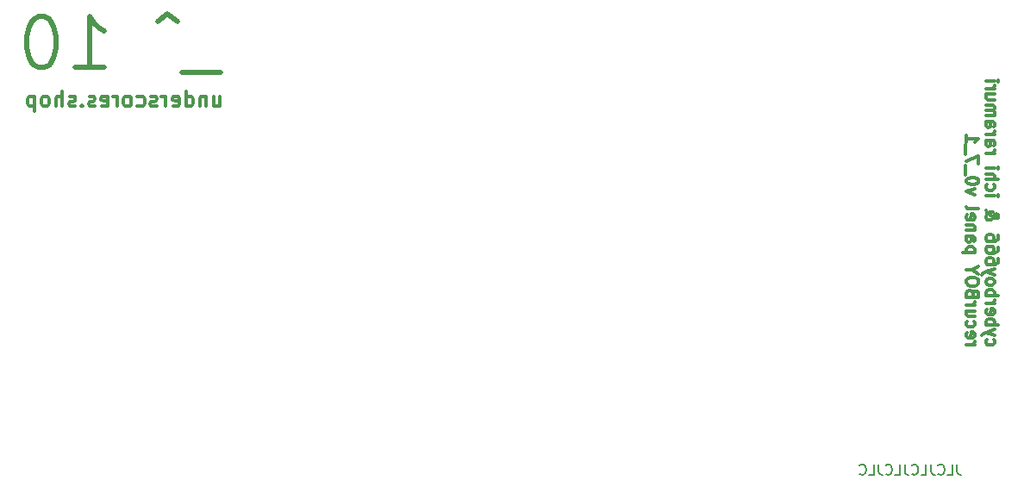
<source format=gbr>
%TF.GenerationSoftware,KiCad,Pcbnew,6.0.7*%
%TF.CreationDate,2022-12-24T13:09:46+13:00*%
%TF.ProjectId,default_panel,64656661-756c-4745-9f70-616e656c2e6b,rev?*%
%TF.SameCoordinates,Original*%
%TF.FileFunction,Legend,Bot*%
%TF.FilePolarity,Positive*%
%FSLAX46Y46*%
G04 Gerber Fmt 4.6, Leading zero omitted, Abs format (unit mm)*
G04 Created by KiCad (PCBNEW 6.0.7) date 2022-12-24 13:09:46*
%MOMM*%
%LPD*%
G01*
G04 APERTURE LIST*
%ADD10C,0.150000*%
%ADD11C,0.300000*%
%ADD12C,0.500000*%
G04 APERTURE END LIST*
D10*
X176569047Y-143002380D02*
X176569047Y-143716666D01*
X176616666Y-143859523D01*
X176711904Y-143954761D01*
X176854761Y-144002380D01*
X176950000Y-144002380D01*
X175616666Y-144002380D02*
X176092857Y-144002380D01*
X176092857Y-143002380D01*
X174711904Y-143907142D02*
X174759523Y-143954761D01*
X174902380Y-144002380D01*
X174997619Y-144002380D01*
X175140476Y-143954761D01*
X175235714Y-143859523D01*
X175283333Y-143764285D01*
X175330952Y-143573809D01*
X175330952Y-143430952D01*
X175283333Y-143240476D01*
X175235714Y-143145238D01*
X175140476Y-143050000D01*
X174997619Y-143002380D01*
X174902380Y-143002380D01*
X174759523Y-143050000D01*
X174711904Y-143097619D01*
X173997619Y-143002380D02*
X173997619Y-143716666D01*
X174045238Y-143859523D01*
X174140476Y-143954761D01*
X174283333Y-144002380D01*
X174378571Y-144002380D01*
X173045238Y-144002380D02*
X173521428Y-144002380D01*
X173521428Y-143002380D01*
X172140476Y-143907142D02*
X172188095Y-143954761D01*
X172330952Y-144002380D01*
X172426190Y-144002380D01*
X172569047Y-143954761D01*
X172664285Y-143859523D01*
X172711904Y-143764285D01*
X172759523Y-143573809D01*
X172759523Y-143430952D01*
X172711904Y-143240476D01*
X172664285Y-143145238D01*
X172569047Y-143050000D01*
X172426190Y-143002380D01*
X172330952Y-143002380D01*
X172188095Y-143050000D01*
X172140476Y-143097619D01*
X171426190Y-143002380D02*
X171426190Y-143716666D01*
X171473809Y-143859523D01*
X171569047Y-143954761D01*
X171711904Y-144002380D01*
X171807142Y-144002380D01*
X170473809Y-144002380D02*
X170950000Y-144002380D01*
X170950000Y-143002380D01*
X169569047Y-143907142D02*
X169616666Y-143954761D01*
X169759523Y-144002380D01*
X169854761Y-144002380D01*
X169997619Y-143954761D01*
X170092857Y-143859523D01*
X170140476Y-143764285D01*
X170188095Y-143573809D01*
X170188095Y-143430952D01*
X170140476Y-143240476D01*
X170092857Y-143145238D01*
X169997619Y-143050000D01*
X169854761Y-143002380D01*
X169759523Y-143002380D01*
X169616666Y-143050000D01*
X169569047Y-143097619D01*
X168854761Y-143002380D02*
X168854761Y-143716666D01*
X168902380Y-143859523D01*
X168997619Y-143954761D01*
X169140476Y-144002380D01*
X169235714Y-144002380D01*
X167902380Y-144002380D02*
X168378571Y-144002380D01*
X168378571Y-143002380D01*
X166997619Y-143907142D02*
X167045238Y-143954761D01*
X167188095Y-144002380D01*
X167283333Y-144002380D01*
X167426190Y-143954761D01*
X167521428Y-143859523D01*
X167569047Y-143764285D01*
X167616666Y-143573809D01*
X167616666Y-143430952D01*
X167569047Y-143240476D01*
X167521428Y-143145238D01*
X167426190Y-143050000D01*
X167283333Y-143002380D01*
X167188095Y-143002380D01*
X167045238Y-143050000D01*
X166997619Y-143097619D01*
D11*
X103535714Y-106828571D02*
X103535714Y-107828571D01*
X104178571Y-106828571D02*
X104178571Y-107614285D01*
X104107142Y-107757142D01*
X103964285Y-107828571D01*
X103750000Y-107828571D01*
X103607142Y-107757142D01*
X103535714Y-107685714D01*
X102821428Y-106828571D02*
X102821428Y-107828571D01*
X102821428Y-106971428D02*
X102750000Y-106900000D01*
X102607142Y-106828571D01*
X102392857Y-106828571D01*
X102250000Y-106900000D01*
X102178571Y-107042857D01*
X102178571Y-107828571D01*
X100821428Y-107828571D02*
X100821428Y-106328571D01*
X100821428Y-107757142D02*
X100964285Y-107828571D01*
X101250000Y-107828571D01*
X101392857Y-107757142D01*
X101464285Y-107685714D01*
X101535714Y-107542857D01*
X101535714Y-107114285D01*
X101464285Y-106971428D01*
X101392857Y-106900000D01*
X101250000Y-106828571D01*
X100964285Y-106828571D01*
X100821428Y-106900000D01*
X99535714Y-107757142D02*
X99678571Y-107828571D01*
X99964285Y-107828571D01*
X100107142Y-107757142D01*
X100178571Y-107614285D01*
X100178571Y-107042857D01*
X100107142Y-106900000D01*
X99964285Y-106828571D01*
X99678571Y-106828571D01*
X99535714Y-106900000D01*
X99464285Y-107042857D01*
X99464285Y-107185714D01*
X100178571Y-107328571D01*
X98821428Y-107828571D02*
X98821428Y-106828571D01*
X98821428Y-107114285D02*
X98750000Y-106971428D01*
X98678571Y-106900000D01*
X98535714Y-106828571D01*
X98392857Y-106828571D01*
X97964285Y-107757142D02*
X97821428Y-107828571D01*
X97535714Y-107828571D01*
X97392857Y-107757142D01*
X97321428Y-107614285D01*
X97321428Y-107542857D01*
X97392857Y-107400000D01*
X97535714Y-107328571D01*
X97750000Y-107328571D01*
X97892857Y-107257142D01*
X97964285Y-107114285D01*
X97964285Y-107042857D01*
X97892857Y-106900000D01*
X97750000Y-106828571D01*
X97535714Y-106828571D01*
X97392857Y-106900000D01*
X96035714Y-107757142D02*
X96178571Y-107828571D01*
X96464285Y-107828571D01*
X96607142Y-107757142D01*
X96678571Y-107685714D01*
X96750000Y-107542857D01*
X96750000Y-107114285D01*
X96678571Y-106971428D01*
X96607142Y-106900000D01*
X96464285Y-106828571D01*
X96178571Y-106828571D01*
X96035714Y-106900000D01*
X95178571Y-107828571D02*
X95321428Y-107757142D01*
X95392857Y-107685714D01*
X95464285Y-107542857D01*
X95464285Y-107114285D01*
X95392857Y-106971428D01*
X95321428Y-106900000D01*
X95178571Y-106828571D01*
X94964285Y-106828571D01*
X94821428Y-106900000D01*
X94750000Y-106971428D01*
X94678571Y-107114285D01*
X94678571Y-107542857D01*
X94750000Y-107685714D01*
X94821428Y-107757142D01*
X94964285Y-107828571D01*
X95178571Y-107828571D01*
X94035714Y-107828571D02*
X94035714Y-106828571D01*
X94035714Y-107114285D02*
X93964285Y-106971428D01*
X93892857Y-106900000D01*
X93750000Y-106828571D01*
X93607142Y-106828571D01*
X92535714Y-107757142D02*
X92678571Y-107828571D01*
X92964285Y-107828571D01*
X93107142Y-107757142D01*
X93178571Y-107614285D01*
X93178571Y-107042857D01*
X93107142Y-106900000D01*
X92964285Y-106828571D01*
X92678571Y-106828571D01*
X92535714Y-106900000D01*
X92464285Y-107042857D01*
X92464285Y-107185714D01*
X93178571Y-107328571D01*
X91892857Y-107757142D02*
X91750000Y-107828571D01*
X91464285Y-107828571D01*
X91321428Y-107757142D01*
X91250000Y-107614285D01*
X91250000Y-107542857D01*
X91321428Y-107400000D01*
X91464285Y-107328571D01*
X91678571Y-107328571D01*
X91821428Y-107257142D01*
X91892857Y-107114285D01*
X91892857Y-107042857D01*
X91821428Y-106900000D01*
X91678571Y-106828571D01*
X91464285Y-106828571D01*
X91321428Y-106900000D01*
X90607142Y-107685714D02*
X90535714Y-107757142D01*
X90607142Y-107828571D01*
X90678571Y-107757142D01*
X90607142Y-107685714D01*
X90607142Y-107828571D01*
X89964285Y-107757142D02*
X89821428Y-107828571D01*
X89535714Y-107828571D01*
X89392857Y-107757142D01*
X89321428Y-107614285D01*
X89321428Y-107542857D01*
X89392857Y-107400000D01*
X89535714Y-107328571D01*
X89750000Y-107328571D01*
X89892857Y-107257142D01*
X89964285Y-107114285D01*
X89964285Y-107042857D01*
X89892857Y-106900000D01*
X89750000Y-106828571D01*
X89535714Y-106828571D01*
X89392857Y-106900000D01*
X88678571Y-107828571D02*
X88678571Y-106328571D01*
X88035714Y-107828571D02*
X88035714Y-107042857D01*
X88107142Y-106900000D01*
X88250000Y-106828571D01*
X88464285Y-106828571D01*
X88607142Y-106900000D01*
X88678571Y-106971428D01*
X87107142Y-107828571D02*
X87250000Y-107757142D01*
X87321428Y-107685714D01*
X87392857Y-107542857D01*
X87392857Y-107114285D01*
X87321428Y-106971428D01*
X87250000Y-106900000D01*
X87107142Y-106828571D01*
X86892857Y-106828571D01*
X86750000Y-106900000D01*
X86678571Y-106971428D01*
X86607142Y-107114285D01*
X86607142Y-107542857D01*
X86678571Y-107685714D01*
X86750000Y-107757142D01*
X86892857Y-107828571D01*
X87107142Y-107828571D01*
X85964285Y-106828571D02*
X85964285Y-108328571D01*
X85964285Y-106900000D02*
X85821428Y-106828571D01*
X85535714Y-106828571D01*
X85392857Y-106900000D01*
X85321428Y-106971428D01*
X85250000Y-107114285D01*
X85250000Y-107542857D01*
X85321428Y-107685714D01*
X85392857Y-107757142D01*
X85535714Y-107828571D01*
X85821428Y-107828571D01*
X85964285Y-107757142D01*
D12*
X104250000Y-104488095D02*
X100440476Y-104488095D01*
X99964285Y-99488095D02*
X99011904Y-98773809D01*
X98059523Y-99488095D01*
X89964285Y-104011904D02*
X92821428Y-104011904D01*
X91392857Y-104011904D02*
X91392857Y-99011904D01*
X91869047Y-99726190D01*
X92345238Y-100202380D01*
X92821428Y-100440476D01*
X86869047Y-99011904D02*
X86392857Y-99011904D01*
X85916666Y-99250000D01*
X85678571Y-99488095D01*
X85440476Y-99964285D01*
X85202380Y-100916666D01*
X85202380Y-102107142D01*
X85440476Y-103059523D01*
X85678571Y-103535714D01*
X85916666Y-103773809D01*
X86392857Y-104011904D01*
X86869047Y-104011904D01*
X87345238Y-103773809D01*
X87583333Y-103535714D01*
X87821428Y-103059523D01*
X88059523Y-102107142D01*
X88059523Y-100916666D01*
X87821428Y-99964285D01*
X87583333Y-99488095D01*
X87345238Y-99250000D01*
X86869047Y-99011904D01*
D11*
X179480285Y-130705000D02*
X179423142Y-130819285D01*
X179423142Y-131047857D01*
X179480285Y-131162142D01*
X179537428Y-131219285D01*
X179651714Y-131276428D01*
X179994571Y-131276428D01*
X180108857Y-131219285D01*
X180166000Y-131162142D01*
X180223142Y-131047857D01*
X180223142Y-130819285D01*
X180166000Y-130705000D01*
X180223142Y-130305000D02*
X179423142Y-130019285D01*
X180223142Y-129733571D02*
X179423142Y-130019285D01*
X179137428Y-130133571D01*
X179080285Y-130190714D01*
X179023142Y-130305000D01*
X179423142Y-129276428D02*
X180623142Y-129276428D01*
X180166000Y-129276428D02*
X180223142Y-129162142D01*
X180223142Y-128933571D01*
X180166000Y-128819285D01*
X180108857Y-128762142D01*
X179994571Y-128705000D01*
X179651714Y-128705000D01*
X179537428Y-128762142D01*
X179480285Y-128819285D01*
X179423142Y-128933571D01*
X179423142Y-129162142D01*
X179480285Y-129276428D01*
X179480285Y-127733571D02*
X179423142Y-127847857D01*
X179423142Y-128076428D01*
X179480285Y-128190714D01*
X179594571Y-128247857D01*
X180051714Y-128247857D01*
X180166000Y-128190714D01*
X180223142Y-128076428D01*
X180223142Y-127847857D01*
X180166000Y-127733571D01*
X180051714Y-127676428D01*
X179937428Y-127676428D01*
X179823142Y-128247857D01*
X179423142Y-127162142D02*
X180223142Y-127162142D01*
X179994571Y-127162142D02*
X180108857Y-127105000D01*
X180166000Y-127047857D01*
X180223142Y-126933571D01*
X180223142Y-126819285D01*
X179423142Y-126419285D02*
X180623142Y-126419285D01*
X180166000Y-126419285D02*
X180223142Y-126305000D01*
X180223142Y-126076428D01*
X180166000Y-125962142D01*
X180108857Y-125905000D01*
X179994571Y-125847857D01*
X179651714Y-125847857D01*
X179537428Y-125905000D01*
X179480285Y-125962142D01*
X179423142Y-126076428D01*
X179423142Y-126305000D01*
X179480285Y-126419285D01*
X179423142Y-125162142D02*
X179480285Y-125276428D01*
X179537428Y-125333571D01*
X179651714Y-125390714D01*
X179994571Y-125390714D01*
X180108857Y-125333571D01*
X180166000Y-125276428D01*
X180223142Y-125162142D01*
X180223142Y-124990714D01*
X180166000Y-124876428D01*
X180108857Y-124819285D01*
X179994571Y-124762142D01*
X179651714Y-124762142D01*
X179537428Y-124819285D01*
X179480285Y-124876428D01*
X179423142Y-124990714D01*
X179423142Y-125162142D01*
X180223142Y-124362142D02*
X179423142Y-124076428D01*
X180223142Y-123790714D02*
X179423142Y-124076428D01*
X179137428Y-124190714D01*
X179080285Y-124247857D01*
X179023142Y-124362142D01*
X180623142Y-122819285D02*
X180623142Y-123047857D01*
X180566000Y-123162142D01*
X180508857Y-123219285D01*
X180337428Y-123333571D01*
X180108857Y-123390714D01*
X179651714Y-123390714D01*
X179537428Y-123333571D01*
X179480285Y-123276428D01*
X179423142Y-123162142D01*
X179423142Y-122933571D01*
X179480285Y-122819285D01*
X179537428Y-122762142D01*
X179651714Y-122705000D01*
X179937428Y-122705000D01*
X180051714Y-122762142D01*
X180108857Y-122819285D01*
X180166000Y-122933571D01*
X180166000Y-123162142D01*
X180108857Y-123276428D01*
X180051714Y-123333571D01*
X179937428Y-123390714D01*
X180623142Y-121676428D02*
X180623142Y-121905000D01*
X180566000Y-122019285D01*
X180508857Y-122076428D01*
X180337428Y-122190714D01*
X180108857Y-122247857D01*
X179651714Y-122247857D01*
X179537428Y-122190714D01*
X179480285Y-122133571D01*
X179423142Y-122019285D01*
X179423142Y-121790714D01*
X179480285Y-121676428D01*
X179537428Y-121619285D01*
X179651714Y-121562142D01*
X179937428Y-121562142D01*
X180051714Y-121619285D01*
X180108857Y-121676428D01*
X180166000Y-121790714D01*
X180166000Y-122019285D01*
X180108857Y-122133571D01*
X180051714Y-122190714D01*
X179937428Y-122247857D01*
X180623142Y-120533571D02*
X180623142Y-120762142D01*
X180566000Y-120876428D01*
X180508857Y-120933571D01*
X180337428Y-121047857D01*
X180108857Y-121105000D01*
X179651714Y-121105000D01*
X179537428Y-121047857D01*
X179480285Y-120990714D01*
X179423142Y-120876428D01*
X179423142Y-120647857D01*
X179480285Y-120533571D01*
X179537428Y-120476428D01*
X179651714Y-120419285D01*
X179937428Y-120419285D01*
X180051714Y-120476428D01*
X180108857Y-120533571D01*
X180166000Y-120647857D01*
X180166000Y-120876428D01*
X180108857Y-120990714D01*
X180051714Y-121047857D01*
X179937428Y-121105000D01*
X179423142Y-118019285D02*
X179423142Y-118076428D01*
X179480285Y-118190714D01*
X179651714Y-118362142D01*
X179994571Y-118647857D01*
X180166000Y-118762142D01*
X180337428Y-118819285D01*
X180451714Y-118819285D01*
X180566000Y-118762142D01*
X180623142Y-118647857D01*
X180623142Y-118590714D01*
X180566000Y-118476428D01*
X180451714Y-118419285D01*
X180394571Y-118419285D01*
X180280285Y-118476428D01*
X180223142Y-118533571D01*
X179994571Y-118876428D01*
X179937428Y-118933571D01*
X179823142Y-118990714D01*
X179651714Y-118990714D01*
X179537428Y-118933571D01*
X179480285Y-118876428D01*
X179423142Y-118762142D01*
X179423142Y-118590714D01*
X179480285Y-118476428D01*
X179537428Y-118419285D01*
X179766000Y-118247857D01*
X179937428Y-118190714D01*
X180051714Y-118190714D01*
X179423142Y-116590714D02*
X180223142Y-116590714D01*
X180623142Y-116590714D02*
X180566000Y-116647857D01*
X180508857Y-116590714D01*
X180566000Y-116533571D01*
X180623142Y-116590714D01*
X180508857Y-116590714D01*
X179480285Y-115505000D02*
X179423142Y-115619285D01*
X179423142Y-115847857D01*
X179480285Y-115962142D01*
X179537428Y-116019285D01*
X179651714Y-116076428D01*
X179994571Y-116076428D01*
X180108857Y-116019285D01*
X180166000Y-115962142D01*
X180223142Y-115847857D01*
X180223142Y-115619285D01*
X180166000Y-115505000D01*
X179423142Y-114990714D02*
X180623142Y-114990714D01*
X179423142Y-114476428D02*
X180051714Y-114476428D01*
X180166000Y-114533571D01*
X180223142Y-114647857D01*
X180223142Y-114819285D01*
X180166000Y-114933571D01*
X180108857Y-114990714D01*
X179423142Y-113905000D02*
X180223142Y-113905000D01*
X180623142Y-113905000D02*
X180566000Y-113962142D01*
X180508857Y-113905000D01*
X180566000Y-113847857D01*
X180623142Y-113905000D01*
X180508857Y-113905000D01*
X179423142Y-112419285D02*
X180223142Y-112419285D01*
X179994571Y-112419285D02*
X180108857Y-112362142D01*
X180166000Y-112305000D01*
X180223142Y-112190714D01*
X180223142Y-112076428D01*
X179423142Y-111162142D02*
X180051714Y-111162142D01*
X180166000Y-111219285D01*
X180223142Y-111333571D01*
X180223142Y-111562142D01*
X180166000Y-111676428D01*
X179480285Y-111162142D02*
X179423142Y-111276428D01*
X179423142Y-111562142D01*
X179480285Y-111676428D01*
X179594571Y-111733571D01*
X179708857Y-111733571D01*
X179823142Y-111676428D01*
X179880285Y-111562142D01*
X179880285Y-111276428D01*
X179937428Y-111162142D01*
X179423142Y-110590714D02*
X180223142Y-110590714D01*
X179994571Y-110590714D02*
X180108857Y-110533571D01*
X180166000Y-110476428D01*
X180223142Y-110362142D01*
X180223142Y-110247857D01*
X179423142Y-109333571D02*
X180051714Y-109333571D01*
X180166000Y-109390714D01*
X180223142Y-109505000D01*
X180223142Y-109733571D01*
X180166000Y-109847857D01*
X179480285Y-109333571D02*
X179423142Y-109447857D01*
X179423142Y-109733571D01*
X179480285Y-109847857D01*
X179594571Y-109905000D01*
X179708857Y-109905000D01*
X179823142Y-109847857D01*
X179880285Y-109733571D01*
X179880285Y-109447857D01*
X179937428Y-109333571D01*
X179423142Y-108762142D02*
X180223142Y-108762142D01*
X180108857Y-108762142D02*
X180166000Y-108705000D01*
X180223142Y-108590714D01*
X180223142Y-108419285D01*
X180166000Y-108305000D01*
X180051714Y-108247857D01*
X179423142Y-108247857D01*
X180051714Y-108247857D02*
X180166000Y-108190714D01*
X180223142Y-108076428D01*
X180223142Y-107905000D01*
X180166000Y-107790714D01*
X180051714Y-107733571D01*
X179423142Y-107733571D01*
X180223142Y-106647857D02*
X179423142Y-106647857D01*
X180223142Y-107162142D02*
X179594571Y-107162142D01*
X179480285Y-107105000D01*
X179423142Y-106990714D01*
X179423142Y-106819285D01*
X179480285Y-106705000D01*
X179537428Y-106647857D01*
X179423142Y-106076428D02*
X180223142Y-106076428D01*
X179994571Y-106076428D02*
X180108857Y-106019285D01*
X180166000Y-105962142D01*
X180223142Y-105847857D01*
X180223142Y-105733571D01*
X179423142Y-105333571D02*
X180223142Y-105333571D01*
X180623142Y-105333571D02*
X180566000Y-105390714D01*
X180508857Y-105333571D01*
X180566000Y-105276428D01*
X180623142Y-105333571D01*
X180508857Y-105333571D01*
X177491142Y-131219285D02*
X178291142Y-131219285D01*
X178062571Y-131219285D02*
X178176857Y-131162142D01*
X178234000Y-131105000D01*
X178291142Y-130990714D01*
X178291142Y-130876428D01*
X177548285Y-130019285D02*
X177491142Y-130133571D01*
X177491142Y-130362142D01*
X177548285Y-130476428D01*
X177662571Y-130533571D01*
X178119714Y-130533571D01*
X178234000Y-130476428D01*
X178291142Y-130362142D01*
X178291142Y-130133571D01*
X178234000Y-130019285D01*
X178119714Y-129962142D01*
X178005428Y-129962142D01*
X177891142Y-130533571D01*
X177548285Y-128933571D02*
X177491142Y-129047857D01*
X177491142Y-129276428D01*
X177548285Y-129390714D01*
X177605428Y-129447857D01*
X177719714Y-129505000D01*
X178062571Y-129505000D01*
X178176857Y-129447857D01*
X178234000Y-129390714D01*
X178291142Y-129276428D01*
X178291142Y-129047857D01*
X178234000Y-128933571D01*
X178291142Y-127905000D02*
X177491142Y-127905000D01*
X178291142Y-128419285D02*
X177662571Y-128419285D01*
X177548285Y-128362142D01*
X177491142Y-128247857D01*
X177491142Y-128076428D01*
X177548285Y-127962142D01*
X177605428Y-127905000D01*
X177491142Y-127333571D02*
X178291142Y-127333571D01*
X178062571Y-127333571D02*
X178176857Y-127276428D01*
X178234000Y-127219285D01*
X178291142Y-127105000D01*
X178291142Y-126990714D01*
X178119714Y-126190714D02*
X178062571Y-126019285D01*
X178005428Y-125962142D01*
X177891142Y-125905000D01*
X177719714Y-125905000D01*
X177605428Y-125962142D01*
X177548285Y-126019285D01*
X177491142Y-126133571D01*
X177491142Y-126590714D01*
X178691142Y-126590714D01*
X178691142Y-126190714D01*
X178634000Y-126076428D01*
X178576857Y-126019285D01*
X178462571Y-125962142D01*
X178348285Y-125962142D01*
X178234000Y-126019285D01*
X178176857Y-126076428D01*
X178119714Y-126190714D01*
X178119714Y-126590714D01*
X178691142Y-125162142D02*
X178691142Y-124933571D01*
X178634000Y-124819285D01*
X178519714Y-124705000D01*
X178291142Y-124647857D01*
X177891142Y-124647857D01*
X177662571Y-124705000D01*
X177548285Y-124819285D01*
X177491142Y-124933571D01*
X177491142Y-125162142D01*
X177548285Y-125276428D01*
X177662571Y-125390714D01*
X177891142Y-125447857D01*
X178291142Y-125447857D01*
X178519714Y-125390714D01*
X178634000Y-125276428D01*
X178691142Y-125162142D01*
X178062571Y-123905000D02*
X177491142Y-123905000D01*
X178691142Y-124305000D02*
X178062571Y-123905000D01*
X178691142Y-123505000D01*
X178291142Y-122190714D02*
X177091142Y-122190714D01*
X178234000Y-122190714D02*
X178291142Y-122076428D01*
X178291142Y-121847857D01*
X178234000Y-121733571D01*
X178176857Y-121676428D01*
X178062571Y-121619285D01*
X177719714Y-121619285D01*
X177605428Y-121676428D01*
X177548285Y-121733571D01*
X177491142Y-121847857D01*
X177491142Y-122076428D01*
X177548285Y-122190714D01*
X177491142Y-120590714D02*
X178119714Y-120590714D01*
X178234000Y-120647857D01*
X178291142Y-120762142D01*
X178291142Y-120990714D01*
X178234000Y-121105000D01*
X177548285Y-120590714D02*
X177491142Y-120705000D01*
X177491142Y-120990714D01*
X177548285Y-121105000D01*
X177662571Y-121162142D01*
X177776857Y-121162142D01*
X177891142Y-121105000D01*
X177948285Y-120990714D01*
X177948285Y-120705000D01*
X178005428Y-120590714D01*
X178291142Y-120019285D02*
X177491142Y-120019285D01*
X178176857Y-120019285D02*
X178234000Y-119962142D01*
X178291142Y-119847857D01*
X178291142Y-119676428D01*
X178234000Y-119562142D01*
X178119714Y-119505000D01*
X177491142Y-119505000D01*
X177548285Y-118476428D02*
X177491142Y-118590714D01*
X177491142Y-118819285D01*
X177548285Y-118933571D01*
X177662571Y-118990714D01*
X178119714Y-118990714D01*
X178234000Y-118933571D01*
X178291142Y-118819285D01*
X178291142Y-118590714D01*
X178234000Y-118476428D01*
X178119714Y-118419285D01*
X178005428Y-118419285D01*
X177891142Y-118990714D01*
X177491142Y-117733571D02*
X177548285Y-117847857D01*
X177662571Y-117905000D01*
X178691142Y-117905000D01*
X178291142Y-116476428D02*
X177491142Y-116190714D01*
X178291142Y-115905000D01*
X178691142Y-115219285D02*
X178691142Y-115105000D01*
X178634000Y-114990714D01*
X178576857Y-114933571D01*
X178462571Y-114876428D01*
X178234000Y-114819285D01*
X177948285Y-114819285D01*
X177719714Y-114876428D01*
X177605428Y-114933571D01*
X177548285Y-114990714D01*
X177491142Y-115105000D01*
X177491142Y-115219285D01*
X177548285Y-115333571D01*
X177605428Y-115390714D01*
X177719714Y-115447857D01*
X177948285Y-115505000D01*
X178234000Y-115505000D01*
X178462571Y-115447857D01*
X178576857Y-115390714D01*
X178634000Y-115333571D01*
X178691142Y-115219285D01*
X177376857Y-114590714D02*
X177376857Y-113676428D01*
X178691142Y-113505000D02*
X178691142Y-112705000D01*
X177491142Y-113219285D01*
X177376857Y-112533571D02*
X177376857Y-111619285D01*
X177491142Y-110705000D02*
X177491142Y-111390714D01*
X177491142Y-111047857D02*
X178691142Y-111047857D01*
X178519714Y-111162142D01*
X178405428Y-111276428D01*
X178348285Y-111390714D01*
M02*

</source>
